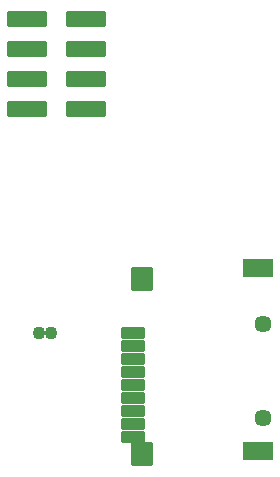
<source format=gbr>
%TF.GenerationSoftware,KiCad,Pcbnew,(6.0.4-0)*%
%TF.CreationDate,2023-01-17T00:41:14-07:00*%
%TF.ProjectId,Gamecube_SD2SP2PRO,47616d65-6375-4626-955f-534432535032,rev?*%
%TF.SameCoordinates,Original*%
%TF.FileFunction,Soldermask,Top*%
%TF.FilePolarity,Negative*%
%FSLAX46Y46*%
G04 Gerber Fmt 4.6, Leading zero omitted, Abs format (unit mm)*
G04 Created by KiCad (PCBNEW (6.0.4-0)) date 2023-01-17 00:41:14*
%MOMM*%
%LPD*%
G01*
G04 APERTURE LIST*
G04 Aperture macros list*
%AMRoundRect*
0 Rectangle with rounded corners*
0 $1 Rounding radius*
0 $2 $3 $4 $5 $6 $7 $8 $9 X,Y pos of 4 corners*
0 Add a 4 corners polygon primitive as box body*
4,1,4,$2,$3,$4,$5,$6,$7,$8,$9,$2,$3,0*
0 Add four circle primitives for the rounded corners*
1,1,$1+$1,$2,$3*
1,1,$1+$1,$4,$5*
1,1,$1+$1,$6,$7*
1,1,$1+$1,$8,$9*
0 Add four rect primitives between the rounded corners*
20,1,$1+$1,$2,$3,$4,$5,0*
20,1,$1+$1,$4,$5,$6,$7,0*
20,1,$1+$1,$6,$7,$8,$9,0*
20,1,$1+$1,$8,$9,$2,$3,0*%
G04 Aperture macros list end*
%ADD10C,1.450000*%
%ADD11RoundRect,0.200000X0.800000X-0.350000X0.800000X0.350000X-0.800000X0.350000X-0.800000X-0.350000X0*%
%ADD12RoundRect,0.200000X1.100000X-0.600000X1.100000X0.600000X-1.100000X0.600000X-1.100000X-0.600000X0*%
%ADD13RoundRect,0.200000X0.750000X-0.800000X0.750000X0.800000X-0.750000X0.800000X-0.750000X-0.800000X0*%
%ADD14RoundRect,0.340000X0.140000X0.170000X-0.140000X0.170000X-0.140000X-0.170000X0.140000X-0.170000X0*%
%ADD15RoundRect,0.200000X-1.500000X-0.500000X1.500000X-0.500000X1.500000X0.500000X-1.500000X0.500000X0*%
G04 APERTURE END LIST*
D10*
%TO.C,J3*%
X106550000Y-87000000D03*
X106550000Y-95000000D03*
D11*
X95550000Y-87800000D03*
X95550000Y-88900000D03*
X95550000Y-90000000D03*
X95550000Y-91100000D03*
X95550000Y-92200000D03*
X95550000Y-93300000D03*
X95550000Y-94400000D03*
X95550000Y-95500000D03*
X95550000Y-96600000D03*
D12*
X106150000Y-82300000D03*
X106150000Y-97800000D03*
D13*
X96300000Y-83200000D03*
X96300000Y-98000000D03*
%TD*%
D14*
%TO.C,C1*%
X88580000Y-87800000D03*
X87620000Y-87800000D03*
%TD*%
D15*
%TO.C,J2*%
X91584000Y-61190000D03*
X86544000Y-61190000D03*
X91584000Y-63730000D03*
X86544000Y-63730000D03*
X91584000Y-66270000D03*
X86544000Y-66270000D03*
X91584000Y-68810000D03*
X86544000Y-68810000D03*
%TD*%
M02*

</source>
